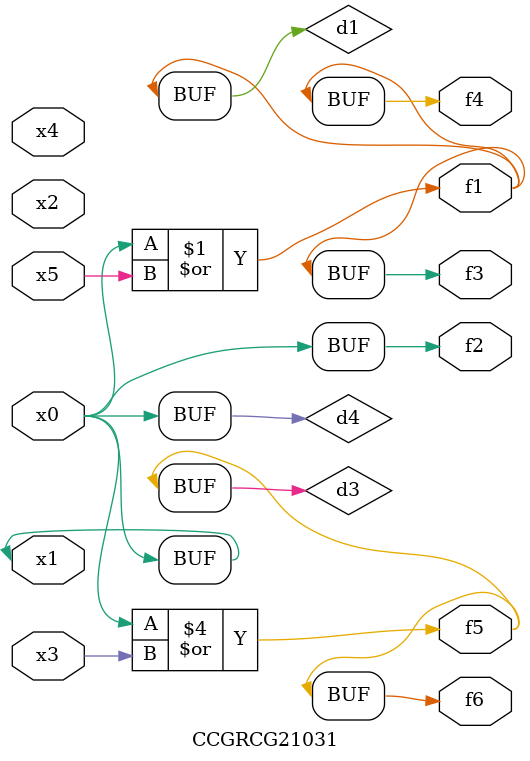
<source format=v>
module CCGRCG21031(
	input x0, x1, x2, x3, x4, x5,
	output f1, f2, f3, f4, f5, f6
);

	wire d1, d2, d3, d4;

	or (d1, x0, x5);
	xnor (d2, x1, x4);
	or (d3, x0, x3);
	buf (d4, x0, x1);
	assign f1 = d1;
	assign f2 = d4;
	assign f3 = d1;
	assign f4 = d1;
	assign f5 = d3;
	assign f6 = d3;
endmodule

</source>
